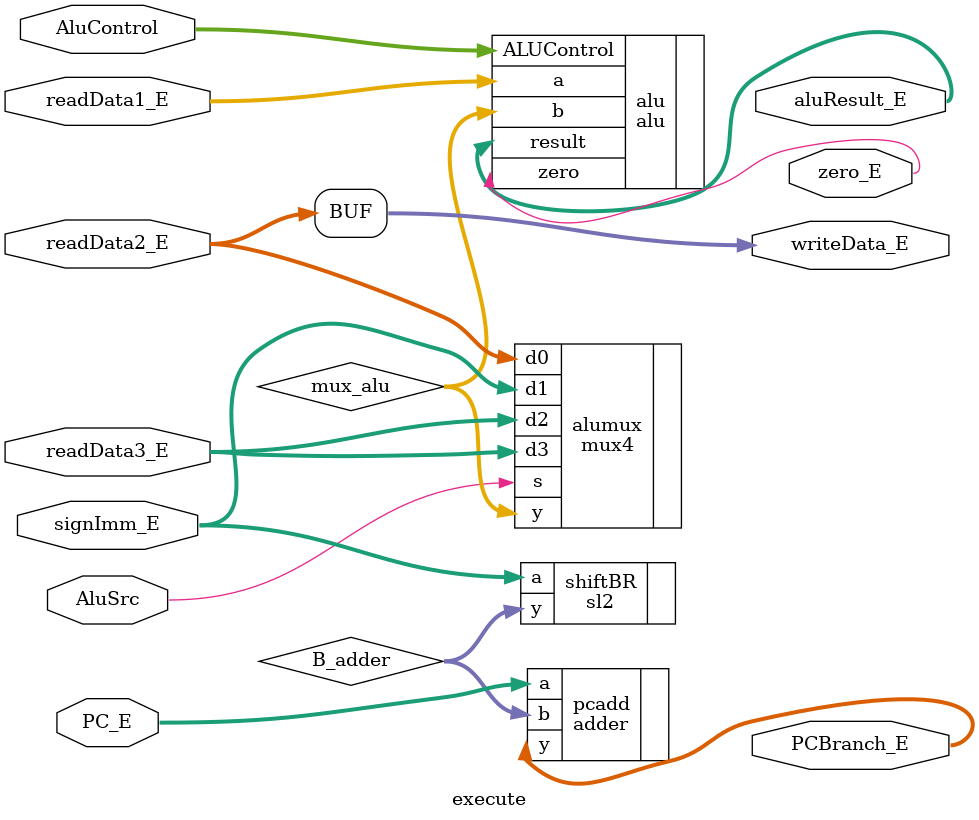
<source format=sv>
module execute(input logic AluSrc,
					input logic [3:0] AluControl,
					input logic [63:0] PC_E, signImm_E, readData1_E, readData2_E, readData3_E,
					output logic [63:0] PCBranch_E, aluResult_E, writeData_E,
					output logic zero_E);
	logic [63:0] mux_alu, B_adder; 
					
	// Instancia del modulo mux
	mux4 alumux(.d0(readData2_E), .d1(signImm_E), .d2(readData3_E), .d3(readData3_E), .s(AluSrc), .y(mux_alu));  
	
	// Instancia del modulo alu
	alu alu(.a(readData1_E), .b(mux_alu), .ALUControl(AluControl), .result(aluResult_E), .zero(zero_E));
	
	// Instancia del modulo shift left 2
	sl2 shiftBR(.a(signImm_E), .y(B_adder));
	
	// Instancia del modulo adder
	adder pcadd(.a(PC_E), .b(B_adder), .y(PCBranch_E));
	
	assign writeData_E = readData2_E; // para entender esto ver la fig del modulo execute
	
endmodule
</source>
